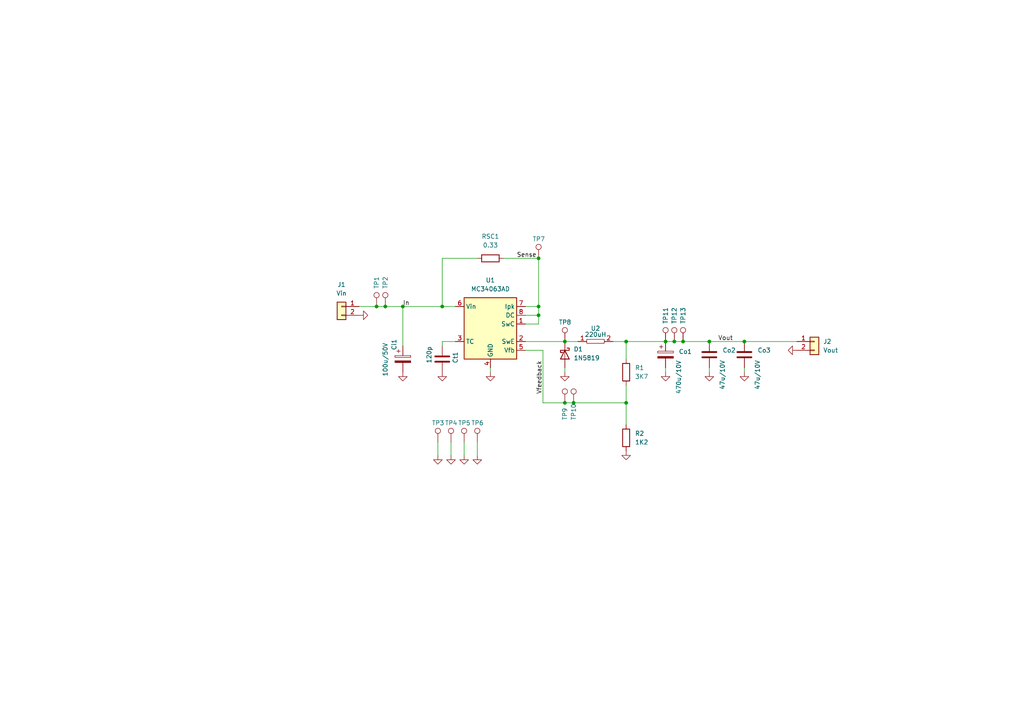
<source format=kicad_sch>
(kicad_sch (version 20211123) (generator eeschema)
  (paper "A4")
  (lib_symbols
    (symbol "Connector:TestPoint" (pin_numbers hide) (pin_names (offset 0.762) hide)
      (property "Reference" "TP" (at 0 6.858 0))
      (property "Value" "TestPoint" (at 0 5.08 0))
      (symbol "TestPoint_0_1"
        (circle (center 0 3.302) (radius 0.762))
      )
      (symbol "TestPoint_1_1"
        (pin passive line (at 0 0 90) (length 2.54) (name "1") (number "1"))
      )
    )
    (symbol "Connector_Generic:Conn_01x02" (pin_names (offset 1.016) hide)
      (property "Reference" "J" (at 0 2.54 0))
      (property "Value" "Conn_01x02" (at 0 -5.08 0))
      (symbol "Conn_01x02_1_1"
        (rectangle (start -1.27 -2.413) (end 0 -2.667) (stroke (width 0.1524)))
        (rectangle (start -1.27 0.127) (end 0 -0.127) (stroke (width 0.1524)))
        (rectangle (start -1.27 1.27) (end 1.27 -3.81) (stroke (width 0.254)) (fill (type background)))
        (pin passive line (at -5.08 0 0) (length 3.81) (name "Pin_1") (number "1"))
        (pin passive line (at -5.08 -2.54 0) (length 3.81) (name "Pin_2") (number "2"))
      )
    )
    (symbol "Device:C" (pin_numbers hide) (pin_names (offset 0.254))
      (property "Reference" "C" (at 0.635 2.54 0))
      (property "Value" "C" (at 0.635 -2.54 0))
      (symbol "C_0_1"
        (polyline (pts (xy -2.032 -0.762) (xy 2.032 -0.762)) (stroke (width 0.508)))
        (polyline (pts (xy -2.032 0.762) (xy 2.032 0.762)) (stroke (width 0.508)))
      )
      (symbol "C_1_1"
        (pin passive line (at 0 3.81 270) (length 2.794) (name "~") (number "1"))
        (pin passive line (at 0 -3.81 90) (length 2.794) (name "~") (number "2"))
      )
    )
    (symbol "Device:C_Polarized" (pin_numbers hide) (pin_names (offset 0.254))
      (property "Reference" "C" (at 0.635 2.54 0))
      (property "Value" "C_Polarized" (at 0.635 -2.54 0))
      (symbol "C_Polarized_0_1"
        (rectangle (start -2.286 0.508) (end 2.286 1.016))
        (polyline (pts (xy -1.778 2.286) (xy -0.762 2.286)))
        (polyline (pts (xy -1.27 2.794) (xy -1.27 1.778)))
        (rectangle (start 2.286 -0.508) (end -2.286 -1.016) (fill (type outline)))
      )
      (symbol "C_Polarized_1_1"
        (pin passive line (at 0 3.81 270) (length 2.794) (name "~") (number "1"))
        (pin passive line (at 0 -3.81 90) (length 2.794) (name "~") (number "2"))
      )
    )
    (symbol "Device:R" (pin_numbers hide) (pin_names (offset 0))
      (property "Reference" "R" (at 2.032 0 90))
      (property "Value" "R" (at 0 0 90))
      (symbol "R_0_1"
        (rectangle (start -1.016 -2.54) (end 1.016 2.54) (stroke (width 0.254)))
      )
      (symbol "R_1_1"
        (pin passive line (at 0 3.81 270) (length 1.27) (name "~") (number "1"))
        (pin passive line (at 0 -3.81 90) (length 1.27) (name "~") (number "2"))
      )
    )
    (symbol "Diode:1N5819" (pin_numbers hide) (pin_names (offset 1.016) hide)
      (property "Reference" "D" (at 0 2.54 0))
      (property "Value" "1N5819" (at 0 -2.54 0))
      (symbol "1N5819_0_1"
        (polyline (pts (xy 1.27 0) (xy -1.27 0)))
        (polyline (pts (xy 1.27 1.27) (xy 1.27 -1.27) (xy -1.27 0) (xy 1.27 1.27)) (stroke (width 0.254)))
        (polyline (pts (xy -1.905 0.635) (xy -1.905 1.27) (xy -1.27 1.27) (xy -1.27 -1.27) (xy -0.635 -1.27) (xy -0.635 -0.635)) (stroke (width 0.254)))
      )
      (symbol "1N5819_1_1"
        (pin passive line (at -3.81 0 0) (length 2.54) (name "K") (number "1"))
        (pin passive line (at 3.81 0 180) (length 2.54) (name "A") (number "2"))
      )
    )
    (symbol "Regulator_Switching:MC34063AD"
      (property "Reference" "U" (at -7.62 8.89 0))
      (property "Value" "MC34063AD" (at 0 8.89 0))
      (symbol "MC34063AD_0_1"
        (rectangle (start -7.62 7.62) (end 7.62 -10.16) (stroke (width 0.254)) (fill (type background)))
      )
      (symbol "MC34063AD_1_1"
        (pin open_collector line (at 10.16 0 180) (length 2.54) (name "SwC") (number "1"))
        (pin open_emitter line (at 10.16 -5.08 180) (length 2.54) (name "SwE") (number "2"))
        (pin passive line (at -10.16 -5.08 0) (length 2.54) (name "TC") (number "3"))
        (pin power_in line (at 0 -12.7 90) (length 2.54) (name "GND") (number "4"))
        (pin input line (at 10.16 -7.62 180) (length 2.54) (name "Vfb") (number "5"))
        (pin power_in line (at -10.16 5.08 0) (length 2.54) (name "Vin") (number "6"))
        (pin input line (at 10.16 5.08 180) (length 2.54) (name "Ipk") (number "7"))
        (pin open_collector line (at 10.16 2.54 180) (length 2.54) (name "DC") (number "8"))
      )
    )
    (symbol "mc34063-power-inductor:mc34063-power-inductor"
      (property "Reference" "U" (at 0 3.81 0))
      (symbol "mc34063-power-inductor_0_1"
        (rectangle (start -2.54 0.635) (end 2.54 -0.508))
      )
      (symbol "mc34063-power-inductor_1_1"
        (pin passive line (at -5.08 0 0) (length 2.54) (name "") (number "1"))
        (pin passive line (at 5.08 0 180) (length 2.54) (name "") (number "2"))
      )
    )
    (symbol "power:GND" (power) (pin_names (offset 0))
      (property "Value" "GND" (at 0 -3.81 0))
      (symbol "GND_0_1"
        (polyline (pts (xy 0 0) (xy 0 -1.27) (xy 1.27 -1.27) (xy 0 -2.54) (xy -1.27 -1.27) (xy 0 -1.27)))
      )
      (symbol "GND_1_1"
        (pin power_in line (at 0 0 270) (length 0) hide (name "GND") (number "1"))
      )
    )
  )
  (junction (at 166.37 116.84))
  (junction (at 109.22 88.9))
  (junction (at 205.74 99.06))
  (junction (at 116.84 88.9))
  (junction (at 156.21 74.93))
  (junction (at 195.58 99.06))
  (junction (at 163.83 99.06))
  (junction (at 111.76 88.9))
  (junction (at 215.9 99.06))
  (junction (at 128.27 88.9))
  (junction (at 198.12 99.06))
  (junction (at 181.61 116.84))
  (junction (at 163.83 116.84))
  (junction (at 156.21 88.9))
  (junction (at 156.21 91.44))
  (junction (at 193.04 99.06))
  (junction (at 181.61 99.06))
  (wire (pts (xy 181.61 116.84) (xy 181.61 123.19)))
  (wire (pts (xy 181.61 99.06) (xy 181.61 104.14)))
  (wire (pts (xy 163.83 106.68) (xy 163.83 107.95)))
  (wire (pts (xy 163.83 116.84) (xy 166.37 116.84)))
  (wire (pts (xy 128.27 99.06) (xy 128.27 100.33)))
  (wire (pts (xy 215.9 99.06) (xy 231.14 99.06)))
  (wire (pts (xy 193.04 99.06) (xy 195.58 99.06)))
  (wire (pts (xy 111.76 88.9) (xy 116.84 88.9)))
  (wire (pts (xy 128.27 74.93) (xy 128.27 88.9)))
  (wire (pts (xy 142.24 107.95) (xy 142.24 106.68)))
  (wire (pts (xy 152.4 99.06) (xy 163.83 99.06)))
  (wire (pts (xy 134.62 128.27) (xy 134.62 132.08)))
  (wire (pts (xy 157.48 101.6) (xy 152.4 101.6)))
  (wire (pts (xy 138.43 74.93) (xy 128.27 74.93)))
  (wire (pts (xy 198.12 99.06) (xy 205.74 99.06)))
  (wire (pts (xy 156.21 74.93) (xy 156.21 88.9)))
  (wire (pts (xy 156.21 93.98) (xy 156.21 91.44)))
  (wire (pts (xy 138.43 128.27) (xy 138.43 132.08)))
  (wire (pts (xy 205.74 99.06) (xy 215.9 99.06)))
  (wire (pts (xy 130.81 128.27) (xy 130.81 132.08)))
  (wire (pts (xy 166.37 116.84) (xy 181.61 116.84)))
  (wire (pts (xy 146.05 74.93) (xy 156.21 74.93)))
  (wire (pts (xy 177.8 99.06) (xy 181.61 99.06)))
  (wire (pts (xy 152.4 88.9) (xy 156.21 88.9)))
  (wire (pts (xy 152.4 93.98) (xy 156.21 93.98)))
  (wire (pts (xy 116.84 88.9) (xy 128.27 88.9)))
  (wire (pts (xy 215.9 106.68) (xy 215.9 107.95)))
  (wire (pts (xy 163.83 99.06) (xy 167.64 99.06)))
  (wire (pts (xy 104.14 88.9) (xy 109.22 88.9)))
  (wire (pts (xy 181.61 99.06) (xy 193.04 99.06)))
  (wire (pts (xy 195.58 99.06) (xy 198.12 99.06)))
  (wire (pts (xy 116.84 88.9) (xy 116.84 100.33)))
  (wire (pts (xy 157.48 116.84) (xy 163.83 116.84)))
  (wire (pts (xy 181.61 111.76) (xy 181.61 116.84)))
  (wire (pts (xy 109.22 88.9) (xy 111.76 88.9)))
  (wire (pts (xy 152.4 91.44) (xy 156.21 91.44)))
  (wire (pts (xy 193.04 106.68) (xy 193.04 107.95)))
  (wire (pts (xy 132.08 99.06) (xy 128.27 99.06)))
  (wire (pts (xy 127 128.27) (xy 127 132.08)))
  (wire (pts (xy 157.48 116.84) (xy 157.48 101.6)))
  (wire (pts (xy 205.74 106.68) (xy 205.74 107.95)))
  (wire (pts (xy 156.21 88.9) (xy 156.21 91.44)))
  (wire (pts (xy 128.27 88.9) (xy 132.08 88.9)))
  (label "Vfeedback" (at 157.48 114.3 90))
  (label "In" (at 116.84 88.9 0))
  (label "Vout" (at 208.28 99.06 0))
  (label "Sense" (at 149.86 74.93 0))
  (symbol (lib_id "power:GND") (at 163.83 107.95 0) (unit 1)
    (property "Reference" "#PWR05" (effects hide))
    (property "Value" "GND" (effects hide))
  )
  (symbol (lib_id "power:GND") (at 128.27 107.95 0) (unit 1)
    (property "Reference" "#PWR03" (effects hide))
    (property "Value" "GND" (effects hide))
  )
  (symbol (lib_id "Connector:TestPoint") (at 195.58 99.06 0) (unit 1)
    (property "Reference" "TP12" (at 195.58 93.98 90) (effects (justify left)))
    (property "Value" "TestPoint" (effects hide))
    (property "Footprint" "TestPoint:TestPoint" (effects hide))
  )
  (symbol (lib_id "Device:C") (at 215.9 102.87 0) (unit 1)
    (property "Reference" "Co3" (at 219.71 101.5999 0) (effects (justify left)))
    (property "Value" "47u/10V" (at 219.71 113.03 90) (effects (justify left)))
    (property "Footprint" "Capacitor_SMD:C_1206_3216Metric_Pad1.33x1.80mm_HandSolder" (effects hide))
  )
  (symbol (lib_id "power:GND") (at 138.43 132.08 0) (unit 1)
    (property "Reference" "#PWR014" (effects hide))
    (property "Value" "GND" (effects hide))
  )
  (symbol (lib_id "Device:R") (at 142.24 74.93 90) (unit 1)
    (property "Reference" "RSC1" (at 142.24 68.58 90))
    (property "Value" "0.33" (at 142.24 71.12 90))
    (property "Footprint" "Resistor_SMD:R_0805_2012Metric_Pad1.20x1.40mm_HandSolder" (effects hide))
  )
  (symbol (lib_id "power:GND") (at 127 132.08 0) (unit 1)
    (property "Reference" "#PWR011" (effects hide))
    (property "Value" "GND" (effects hide))
  )
  (symbol (lib_id "Connector:TestPoint") (at 166.37 116.84 0) (unit 1)
    (property "Reference" "TP10" (at 166.37 121.92 90) (effects (justify left)))
    (property "Value" "TestPoint" (effects hide))
    (property "Footprint" "TestPoint:TestPoint" (effects hide))
  )
  (symbol (lib_id "power:GND") (at 205.74 107.95 0) (unit 1)
    (property "Reference" "#PWR08" (effects hide))
    (property "Value" "GND" (effects hide))
  )
  (symbol (lib_id "Connector:TestPoint") (at 109.22 88.9 0) (unit 1)
    (property "Reference" "TP1" (at 109.22 83.82 90) (effects (justify left)))
    (property "Value" "TestPoint" (effects hide))
    (property "Footprint" "TestPoint:TestPoint" (effects hide))
  )
  (symbol (lib_id "Connector_Generic:Conn_01x02") (at 236.22 99.06 0) (unit 1)
    (property "Reference" "J2" (at 238.76 99.0599 0) (effects (justify left)))
    (property "Value" "Vout" (at 238.76 101.5999 0) (effects (justify left)))
    (property "Footprint" "TerminalBlock:TerminalBlock_bornier-2_P5.08mm" (effects hide))
  )
  (symbol (lib_id "Connector:TestPoint") (at 193.04 99.06 0) (unit 1)
    (property "Reference" "TP11" (at 193.04 93.98 90) (effects (justify left)))
    (property "Value" "TestPoint" (effects hide))
    (property "Footprint" "TestPoint:TestPoint" (effects hide))
  )
  (symbol (lib_id "power:GND") (at 116.84 107.95 0) (unit 1)
    (property "Reference" "#PWR02" (effects hide))
    (property "Value" "GND" (effects hide))
  )
  (symbol (lib_id "power:GND") (at 130.81 132.08 0) (unit 1)
    (property "Reference" "#PWR012" (effects hide))
    (property "Value" "GND" (effects hide))
  )
  (symbol (lib_id "Connector:TestPoint") (at 127 128.27 0) (unit 1)
    (property "Reference" "TP3" (at 125.222 122.682 0) (effects (justify left)))
    (property "Value" "TestPoint" (effects hide))
    (property "Footprint" "TestPoint:TestPoint" (effects hide))
  )
  (symbol (lib_id "Device:C") (at 128.27 104.14 0) (unit 1)
    (property "Reference" "Ct1" (at 132.08 105.41 90) (effects (justify left)))
    (property "Value" "120p" (at 124.46 105.41 90) (effects (justify left)))
    (property "Footprint" "Capacitor_SMD:C_0805_2012Metric_Pad1.18x1.45mm_HandSolder" (effects hide))
  )
  (symbol (lib_id "power:GND") (at 215.9 107.95 0) (unit 1)
    (property "Reference" "#PWR09" (effects hide))
    (property "Value" "GND" (effects hide))
  )
  (symbol (lib_id "power:GND") (at 193.04 107.95 0) (unit 1)
    (property "Reference" "#PWR07" (effects hide))
    (property "Value" "GND" (effects hide))
  )
  (symbol (lib_id "Connector:TestPoint") (at 163.83 116.84 0) (unit 1)
    (property "Reference" "TP9" (at 163.83 121.92 90) (effects (justify left)))
    (property "Value" "TestPoint" (effects hide))
    (property "Footprint" "TestPoint:TestPoint" (effects hide))
  )
  (symbol (lib_id "power:GND") (at 181.61 130.81 0) (unit 1)
    (property "Reference" "#PWR06" (effects hide))
    (property "Value" "GND" (effects hide))
  )
  (symbol (lib_id "Device:R") (at 181.61 127 0) (unit 1)
    (property "Reference" "R2" (at 184.15 125.7299 0) (effects (justify left)))
    (property "Value" "1K2" (at 184.15 128.2699 0) (effects (justify left)))
    (property "Footprint" "Resistor_SMD:R_0805_2012Metric_Pad1.20x1.40mm_HandSolder" (effects hide))
  )
  (symbol (lib_id "Connector:TestPoint") (at 163.83 99.06 0) (unit 1)
    (property "Reference" "TP8" (at 162.052 93.472 0) (effects (justify left)))
    (property "Value" "TestPoint" (effects hide))
    (property "Footprint" "TestPoint:TestPoint" (effects hide))
  )
  (symbol (lib_id "power:GND") (at 134.62 132.08 0) (unit 1)
    (property "Reference" "#PWR013" (effects hide))
    (property "Value" "GND" (effects hide))
  )
  (symbol (lib_id "Diode:1N5819") (at 163.83 102.87 270) (unit 1)
    (property "Reference" "D1" (at 166.37 101.2824 90) (effects (justify left)))
    (property "Value" "1N5819" (at 166.37 103.8224 90) (effects (justify left)))
    (property "Footprint" "Diode_SMD:D_SOD-123" (effects hide))
    (property "Datasheet" "http://www.vishay.com/docs/88525/1n5817.pdf" (effects hide))
  )
  (symbol (lib_id "power:GND") (at 231.14 101.6 270) (unit 1)
    (property "Reference" "#PWR010" (effects hide))
    (property "Value" "GND" (effects hide))
  )
  (symbol (lib_id "power:GND") (at 104.14 91.44 90) (unit 1)
    (property "Reference" "#PWR01" (effects hide))
    (property "Value" "GND" (effects hide))
  )
  (symbol (lib_id "Device:C_Polarized") (at 193.04 102.87 0) (unit 1)
    (property "Reference" "Co1" (at 196.85 101.9809 0) (effects (justify left)))
    (property "Value" "470u/10V" (at 196.85 114.3 90) (effects (justify left)))
    (property "Footprint" "Capacitor_SMD:CP_Elec_6.3x7.7" (effects hide))
  )
  (symbol (lib_id "Connector:TestPoint") (at 198.12 99.06 0) (unit 1)
    (property "Reference" "TP13" (at 198.12 93.98 90) (effects (justify left)))
    (property "Value" "TestPoint" (effects hide))
    (property "Footprint" "TestPoint:TestPoint" (effects hide))
  )
  (symbol (lib_id "Device:C") (at 205.74 102.87 0) (unit 1)
    (property "Reference" "Co2" (at 209.55 101.5999 0) (effects (justify left)))
    (property "Value" "47u/10V" (at 209.55 113.03 90) (effects (justify left)))
    (property "Footprint" "Capacitor_SMD:C_1206_3216Metric_Pad1.33x1.80mm_HandSolder" (effects hide))
  )
  (symbol (lib_id "Connector_Generic:Conn_01x02") (at 99.06 88.9 0) (mirror y) (unit 1)
    (property "Reference" "J1" (at 99.06 82.55 0))
    (property "Value" "Vin" (at 99.06 85.09 0))
    (property "Footprint" "TerminalBlock:TerminalBlock_bornier-2_P5.08mm" (effects hide))
  )
  (symbol (lib_id "Regulator_Switching:MC34063AD") (at 142.24 93.98 0) (unit 1)
    (property "Reference" "U1" (at 142.24 81.28 0))
    (property "Value" "MC34063AD" (at 142.24 83.82 0))
    (property "Footprint" "Package_SO:SOIC-8_3.9x4.9mm_P1.27mm" (effects hide))
    (property "Datasheet" "http://www.onsemi.com/pub_link/Collateral/MC34063A-D.PDF" (effects hide))
  )
  (symbol (lib_id "mc34063-power-inductor:mc34063-power-inductor") (at 172.72 99.06 0) (unit 1)
    (property "Reference" "U2" (at 172.72 95.25 0))
    (property "Value" "220uH" (at 172.72 97.028 0))
    (property "Footprint" "mc34063-power-inductor:mc34063-power-inductor" (effects hide))
  )
  (symbol (lib_id "power:GND") (at 142.24 107.95 0) (unit 1)
    (property "Reference" "#PWR04" (effects hide))
    (property "Value" "GND" (effects hide))
  )
  (symbol (lib_id "Connector:TestPoint") (at 138.43 128.27 0) (unit 1)
    (property "Reference" "TP6" (at 136.652 122.682 0) (effects (justify left)))
    (property "Value" "TestPoint" (effects hide))
    (property "Footprint" "TestPoint:TestPoint" (effects hide))
  )
  (symbol (lib_id "Device:C_Polarized") (at 116.84 104.14 0) (unit 1)
    (property "Reference" "Ci1" (at 114.3 101.6 90) (effects (justify left)))
    (property "Value" "100u/50V" (at 111.76 109.22 90) (effects (justify left)))
    (property "Footprint" "Capacitor_SMD:CP_Elec_6.3x7.7" (effects hide))
  )
  (symbol (lib_id "Connector:TestPoint") (at 111.76 88.9 0) (unit 1)
    (property "Reference" "TP2" (at 111.76 83.82 90) (effects (justify left)))
    (property "Value" "TestPoint" (effects hide))
    (property "Footprint" "TestPoint:TestPoint" (effects hide))
  )
  (symbol (lib_id "Connector:TestPoint") (at 156.21 74.93 0) (unit 1)
    (property "Reference" "TP7" (at 154.432 69.342 0) (effects (justify left)))
    (property "Value" "TestPoint" (effects hide))
    (property "Footprint" "TestPoint:TestPoint" (effects hide))
  )
  (symbol (lib_id "Connector:TestPoint") (at 130.81 128.27 0) (unit 1)
    (property "Reference" "TP4" (at 129.032 122.682 0) (effects (justify left)))
    (property "Value" "TestPoint" (effects hide))
    (property "Footprint" "TestPoint:TestPoint" (effects hide))
  )
  (symbol (lib_id "Connector:TestPoint") (at 134.62 128.27 0) (unit 1)
    (property "Reference" "TP5" (at 132.842 122.682 0) (effects (justify left)))
    (property "Value" "TestPoint" (effects hide))
    (property "Footprint" "TestPoint:TestPoint" (effects hide))
  )
  (symbol (lib_id "Device:R") (at 181.61 107.95 0) (unit 1)
    (property "Reference" "R1" (at 184.15 106.6799 0) (effects (justify left)))
    (property "Value" "3K7" (at 184.15 109.2199 0) (effects (justify left)))
    (property "Footprint" "Resistor_SMD:R_0805_2012Metric_Pad1.20x1.40mm_HandSolder" (effects hide))
  )
)
</source>
